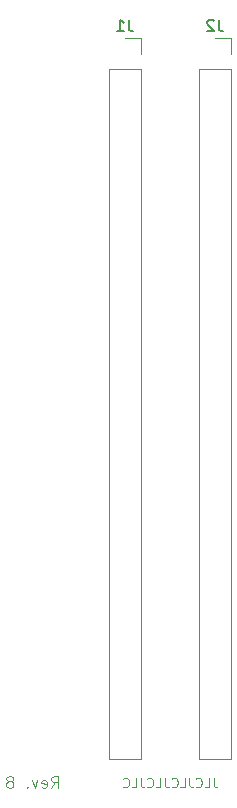
<source format=gbr>
G04 #@! TF.GenerationSoftware,KiCad,Pcbnew,7.0.11+dfsg-1build4*
G04 #@! TF.CreationDate,2024-11-01T17:12:28+09:00*
G04 #@! TF.ProjectId,bionic-mc68hc11d,62696f6e-6963-42d6-9d63-363868633131,8*
G04 #@! TF.SameCoordinates,Original*
G04 #@! TF.FileFunction,Legend,Bot*
G04 #@! TF.FilePolarity,Positive*
%FSLAX46Y46*%
G04 Gerber Fmt 4.6, Leading zero omitted, Abs format (unit mm)*
G04 Created by KiCad (PCBNEW 7.0.11+dfsg-1build4) date 2024-11-01 17:12:28*
%MOMM*%
%LPD*%
G01*
G04 APERTURE LIST*
%ADD10C,0.100000*%
%ADD11C,0.125000*%
%ADD12C,0.150000*%
%ADD13C,0.120000*%
G04 APERTURE END LIST*
D10*
X163115238Y-123706895D02*
X163115238Y-124278323D01*
X163115238Y-124278323D02*
X163153333Y-124392609D01*
X163153333Y-124392609D02*
X163229524Y-124468800D01*
X163229524Y-124468800D02*
X163343809Y-124506895D01*
X163343809Y-124506895D02*
X163420000Y-124506895D01*
X162353333Y-124506895D02*
X162734285Y-124506895D01*
X162734285Y-124506895D02*
X162734285Y-123706895D01*
X161629523Y-124430704D02*
X161667619Y-124468800D01*
X161667619Y-124468800D02*
X161781904Y-124506895D01*
X161781904Y-124506895D02*
X161858095Y-124506895D01*
X161858095Y-124506895D02*
X161972381Y-124468800D01*
X161972381Y-124468800D02*
X162048571Y-124392609D01*
X162048571Y-124392609D02*
X162086666Y-124316419D01*
X162086666Y-124316419D02*
X162124762Y-124164038D01*
X162124762Y-124164038D02*
X162124762Y-124049752D01*
X162124762Y-124049752D02*
X162086666Y-123897371D01*
X162086666Y-123897371D02*
X162048571Y-123821180D01*
X162048571Y-123821180D02*
X161972381Y-123744990D01*
X161972381Y-123744990D02*
X161858095Y-123706895D01*
X161858095Y-123706895D02*
X161781904Y-123706895D01*
X161781904Y-123706895D02*
X161667619Y-123744990D01*
X161667619Y-123744990D02*
X161629523Y-123783085D01*
X161058095Y-123706895D02*
X161058095Y-124278323D01*
X161058095Y-124278323D02*
X161096190Y-124392609D01*
X161096190Y-124392609D02*
X161172381Y-124468800D01*
X161172381Y-124468800D02*
X161286666Y-124506895D01*
X161286666Y-124506895D02*
X161362857Y-124506895D01*
X160296190Y-124506895D02*
X160677142Y-124506895D01*
X160677142Y-124506895D02*
X160677142Y-123706895D01*
X159572380Y-124430704D02*
X159610476Y-124468800D01*
X159610476Y-124468800D02*
X159724761Y-124506895D01*
X159724761Y-124506895D02*
X159800952Y-124506895D01*
X159800952Y-124506895D02*
X159915238Y-124468800D01*
X159915238Y-124468800D02*
X159991428Y-124392609D01*
X159991428Y-124392609D02*
X160029523Y-124316419D01*
X160029523Y-124316419D02*
X160067619Y-124164038D01*
X160067619Y-124164038D02*
X160067619Y-124049752D01*
X160067619Y-124049752D02*
X160029523Y-123897371D01*
X160029523Y-123897371D02*
X159991428Y-123821180D01*
X159991428Y-123821180D02*
X159915238Y-123744990D01*
X159915238Y-123744990D02*
X159800952Y-123706895D01*
X159800952Y-123706895D02*
X159724761Y-123706895D01*
X159724761Y-123706895D02*
X159610476Y-123744990D01*
X159610476Y-123744990D02*
X159572380Y-123783085D01*
X159000952Y-123706895D02*
X159000952Y-124278323D01*
X159000952Y-124278323D02*
X159039047Y-124392609D01*
X159039047Y-124392609D02*
X159115238Y-124468800D01*
X159115238Y-124468800D02*
X159229523Y-124506895D01*
X159229523Y-124506895D02*
X159305714Y-124506895D01*
X158239047Y-124506895D02*
X158619999Y-124506895D01*
X158619999Y-124506895D02*
X158619999Y-123706895D01*
X157515237Y-124430704D02*
X157553333Y-124468800D01*
X157553333Y-124468800D02*
X157667618Y-124506895D01*
X157667618Y-124506895D02*
X157743809Y-124506895D01*
X157743809Y-124506895D02*
X157858095Y-124468800D01*
X157858095Y-124468800D02*
X157934285Y-124392609D01*
X157934285Y-124392609D02*
X157972380Y-124316419D01*
X157972380Y-124316419D02*
X158010476Y-124164038D01*
X158010476Y-124164038D02*
X158010476Y-124049752D01*
X158010476Y-124049752D02*
X157972380Y-123897371D01*
X157972380Y-123897371D02*
X157934285Y-123821180D01*
X157934285Y-123821180D02*
X157858095Y-123744990D01*
X157858095Y-123744990D02*
X157743809Y-123706895D01*
X157743809Y-123706895D02*
X157667618Y-123706895D01*
X157667618Y-123706895D02*
X157553333Y-123744990D01*
X157553333Y-123744990D02*
X157515237Y-123783085D01*
X156943809Y-123706895D02*
X156943809Y-124278323D01*
X156943809Y-124278323D02*
X156981904Y-124392609D01*
X156981904Y-124392609D02*
X157058095Y-124468800D01*
X157058095Y-124468800D02*
X157172380Y-124506895D01*
X157172380Y-124506895D02*
X157248571Y-124506895D01*
X156181904Y-124506895D02*
X156562856Y-124506895D01*
X156562856Y-124506895D02*
X156562856Y-123706895D01*
X155458094Y-124430704D02*
X155496190Y-124468800D01*
X155496190Y-124468800D02*
X155610475Y-124506895D01*
X155610475Y-124506895D02*
X155686666Y-124506895D01*
X155686666Y-124506895D02*
X155800952Y-124468800D01*
X155800952Y-124468800D02*
X155877142Y-124392609D01*
X155877142Y-124392609D02*
X155915237Y-124316419D01*
X155915237Y-124316419D02*
X155953333Y-124164038D01*
X155953333Y-124164038D02*
X155953333Y-124049752D01*
X155953333Y-124049752D02*
X155915237Y-123897371D01*
X155915237Y-123897371D02*
X155877142Y-123821180D01*
X155877142Y-123821180D02*
X155800952Y-123744990D01*
X155800952Y-123744990D02*
X155686666Y-123706895D01*
X155686666Y-123706895D02*
X155610475Y-123706895D01*
X155610475Y-123706895D02*
X155496190Y-123744990D01*
X155496190Y-123744990D02*
X155458094Y-123783085D01*
D11*
X149384240Y-124558119D02*
X149717573Y-124081928D01*
X149955668Y-124558119D02*
X149955668Y-123558119D01*
X149955668Y-123558119D02*
X149574716Y-123558119D01*
X149574716Y-123558119D02*
X149479478Y-123605738D01*
X149479478Y-123605738D02*
X149431859Y-123653357D01*
X149431859Y-123653357D02*
X149384240Y-123748595D01*
X149384240Y-123748595D02*
X149384240Y-123891452D01*
X149384240Y-123891452D02*
X149431859Y-123986690D01*
X149431859Y-123986690D02*
X149479478Y-124034309D01*
X149479478Y-124034309D02*
X149574716Y-124081928D01*
X149574716Y-124081928D02*
X149955668Y-124081928D01*
X148574716Y-124510500D02*
X148669954Y-124558119D01*
X148669954Y-124558119D02*
X148860430Y-124558119D01*
X148860430Y-124558119D02*
X148955668Y-124510500D01*
X148955668Y-124510500D02*
X149003287Y-124415261D01*
X149003287Y-124415261D02*
X149003287Y-124034309D01*
X149003287Y-124034309D02*
X148955668Y-123939071D01*
X148955668Y-123939071D02*
X148860430Y-123891452D01*
X148860430Y-123891452D02*
X148669954Y-123891452D01*
X148669954Y-123891452D02*
X148574716Y-123939071D01*
X148574716Y-123939071D02*
X148527097Y-124034309D01*
X148527097Y-124034309D02*
X148527097Y-124129547D01*
X148527097Y-124129547D02*
X149003287Y-124224785D01*
X148193763Y-123891452D02*
X147955668Y-124558119D01*
X147955668Y-124558119D02*
X147717573Y-123891452D01*
X147336620Y-124462880D02*
X147289001Y-124510500D01*
X147289001Y-124510500D02*
X147336620Y-124558119D01*
X147336620Y-124558119D02*
X147384239Y-124510500D01*
X147384239Y-124510500D02*
X147336620Y-124462880D01*
X147336620Y-124462880D02*
X147336620Y-124558119D01*
X145955668Y-123986690D02*
X146050906Y-123939071D01*
X146050906Y-123939071D02*
X146098525Y-123891452D01*
X146098525Y-123891452D02*
X146146144Y-123796214D01*
X146146144Y-123796214D02*
X146146144Y-123748595D01*
X146146144Y-123748595D02*
X146098525Y-123653357D01*
X146098525Y-123653357D02*
X146050906Y-123605738D01*
X146050906Y-123605738D02*
X145955668Y-123558119D01*
X145955668Y-123558119D02*
X145765192Y-123558119D01*
X145765192Y-123558119D02*
X145669954Y-123605738D01*
X145669954Y-123605738D02*
X145622335Y-123653357D01*
X145622335Y-123653357D02*
X145574716Y-123748595D01*
X145574716Y-123748595D02*
X145574716Y-123796214D01*
X145574716Y-123796214D02*
X145622335Y-123891452D01*
X145622335Y-123891452D02*
X145669954Y-123939071D01*
X145669954Y-123939071D02*
X145765192Y-123986690D01*
X145765192Y-123986690D02*
X145955668Y-123986690D01*
X145955668Y-123986690D02*
X146050906Y-124034309D01*
X146050906Y-124034309D02*
X146098525Y-124081928D01*
X146098525Y-124081928D02*
X146146144Y-124177166D01*
X146146144Y-124177166D02*
X146146144Y-124367642D01*
X146146144Y-124367642D02*
X146098525Y-124462880D01*
X146098525Y-124462880D02*
X146050906Y-124510500D01*
X146050906Y-124510500D02*
X145955668Y-124558119D01*
X145955668Y-124558119D02*
X145765192Y-124558119D01*
X145765192Y-124558119D02*
X145669954Y-124510500D01*
X145669954Y-124510500D02*
X145622335Y-124462880D01*
X145622335Y-124462880D02*
X145574716Y-124367642D01*
X145574716Y-124367642D02*
X145574716Y-124177166D01*
X145574716Y-124177166D02*
X145622335Y-124081928D01*
X145622335Y-124081928D02*
X145669954Y-124034309D01*
X145669954Y-124034309D02*
X145765192Y-123986690D01*
D12*
X155943333Y-59504819D02*
X155943333Y-60219104D01*
X155943333Y-60219104D02*
X155990952Y-60361961D01*
X155990952Y-60361961D02*
X156086190Y-60457200D01*
X156086190Y-60457200D02*
X156229047Y-60504819D01*
X156229047Y-60504819D02*
X156324285Y-60504819D01*
X154943333Y-60504819D02*
X155514761Y-60504819D01*
X155229047Y-60504819D02*
X155229047Y-59504819D01*
X155229047Y-59504819D02*
X155324285Y-59647676D01*
X155324285Y-59647676D02*
X155419523Y-59742914D01*
X155419523Y-59742914D02*
X155514761Y-59790533D01*
X163563333Y-59504819D02*
X163563333Y-60219104D01*
X163563333Y-60219104D02*
X163610952Y-60361961D01*
X163610952Y-60361961D02*
X163706190Y-60457200D01*
X163706190Y-60457200D02*
X163849047Y-60504819D01*
X163849047Y-60504819D02*
X163944285Y-60504819D01*
X163134761Y-59600057D02*
X163087142Y-59552438D01*
X163087142Y-59552438D02*
X162991904Y-59504819D01*
X162991904Y-59504819D02*
X162753809Y-59504819D01*
X162753809Y-59504819D02*
X162658571Y-59552438D01*
X162658571Y-59552438D02*
X162610952Y-59600057D01*
X162610952Y-59600057D02*
X162563333Y-59695295D01*
X162563333Y-59695295D02*
X162563333Y-59790533D01*
X162563333Y-59790533D02*
X162610952Y-59933390D01*
X162610952Y-59933390D02*
X163182380Y-60504819D01*
X163182380Y-60504819D02*
X162563333Y-60504819D01*
D13*
X156940000Y-122130000D02*
X154280000Y-122130000D01*
X156940000Y-63650000D02*
X156940000Y-122130000D01*
X156940000Y-63650000D02*
X154280000Y-63650000D01*
X156940000Y-62380000D02*
X156940000Y-61050000D01*
X156940000Y-61050000D02*
X155610000Y-61050000D01*
X154280000Y-63650000D02*
X154280000Y-122130000D01*
X164560000Y-122130000D02*
X161900000Y-122130000D01*
X164560000Y-63650000D02*
X164560000Y-122130000D01*
X164560000Y-63650000D02*
X161900000Y-63650000D01*
X164560000Y-62380000D02*
X164560000Y-61050000D01*
X164560000Y-61050000D02*
X163230000Y-61050000D01*
X161900000Y-63650000D02*
X161900000Y-122130000D01*
M02*

</source>
